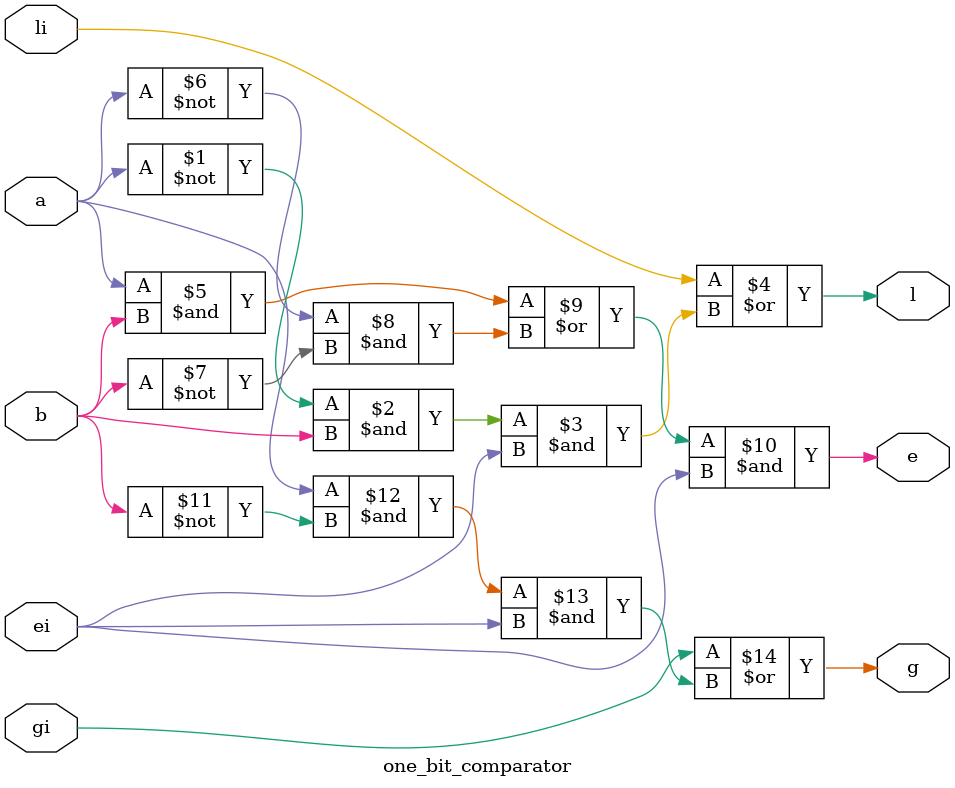
<source format=v>
`timescale 1ns / 1ps
module one_bit_comparator( a, b, li, gi, ei, l, g, e
);
	input a;
	input b;
	input li;
	input gi;
	input ei;

	output l;
	wire l;
	output e;
	wire e;
	output g;
	wire g;
	assign l = li |(~a & b & ei);
	assign e = (a&b |~a&~b)& ei;
	assign g = gi |(a & ~b & ei);

endmodule

</source>
